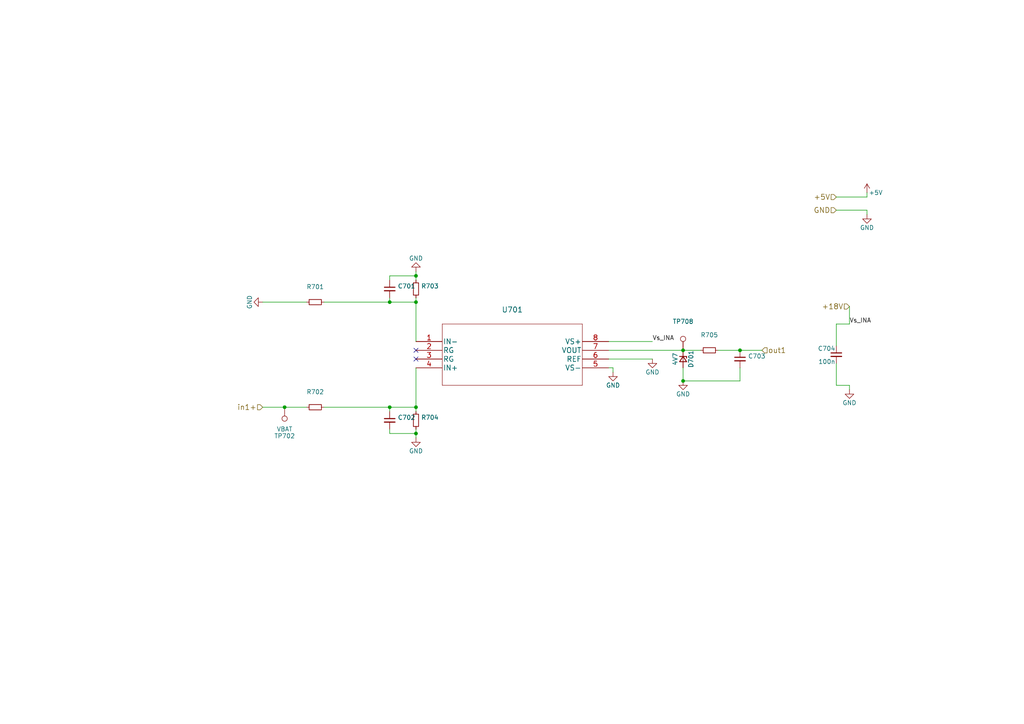
<source format=kicad_sch>
(kicad_sch (version 20211123) (generator eeschema)
  (paper "A4")
  (lib_symbols
    (symbol "Connector:TestPoint" (pin_numbers hide) (pin_names (offset 0.762) hide)
      (property "Reference" "TP" (at 0 6.858 0))
      (property "Value" "TestPoint" (at 0 5.08 0))
      (symbol "TestPoint_0_1"
        (circle (center 0 3.302) (radius 0.762))
      )
      (symbol "TestPoint_1_1"
        (pin passive line (at 0 0 90) (length 2.54) (name "1") (number "1"))
      )
    )
    (symbol "Device:C_Small" (pin_numbers hide) (pin_names (offset 0.254) hide)
      (property "Reference" "C" (at 0.254 1.778 0))
      (property "Value" "C_Small" (at 0.254 -2.032 0))
      (symbol "C_Small_0_1"
        (polyline (pts (xy -1.524 -0.508) (xy 1.524 -0.508)) (stroke (width 0.3302)))
        (polyline (pts (xy -1.524 0.508) (xy 1.524 0.508)) (stroke (width 0.3048)))
      )
      (symbol "C_Small_1_1"
        (pin passive line (at 0 2.54 270) (length 2.032) (name "~") (number "1"))
        (pin passive line (at 0 -2.54 90) (length 2.032) (name "~") (number "2"))
      )
    )
    (symbol "Device:D_Zener_Small" (pin_numbers hide) (pin_names (offset 0.254) hide)
      (property "Reference" "D" (at 0 2.286 0))
      (property "Value" "D_Zener_Small" (at 0 -2.286 0))
      (symbol "D_Zener_Small_0_1"
        (polyline (pts (xy 0.762 0) (xy -0.762 0)))
        (polyline (pts (xy -0.254 1.016) (xy -0.762 1.016) (xy -0.762 -1.016)) (stroke (width 0.254)))
        (polyline (pts (xy 0.762 1.016) (xy -0.762 0) (xy 0.762 -1.016) (xy 0.762 1.016)) (stroke (width 0.254)))
      )
      (symbol "D_Zener_Small_1_1"
        (pin passive line (at -2.54 0 0) (length 1.778) (name "K") (number "1"))
        (pin passive line (at 2.54 0 180) (length 1.778) (name "A") (number "2"))
      )
    )
    (symbol "Device:R_Small" (pin_numbers hide) (pin_names (offset 0.254) hide)
      (property "Reference" "R" (at 0.762 0.508 0))
      (property "Value" "R_Small" (at 0.762 -1.016 0))
      (symbol "R_Small_0_1"
        (rectangle (start -0.762 1.778) (end 0.762 -1.778) (stroke (width 0.2032)))
      )
      (symbol "R_Small_1_1"
        (pin passive line (at 0 2.54 270) (length 0.762) (name "~") (number "1"))
        (pin passive line (at 0 -2.54 90) (length 0.762) (name "~") (number "2"))
      )
    )
    (symbol "INA826AIDR:INA826_D_8" (pin_names (offset 0.254))
      (property "Reference" "U" (at 27.94 10.16 0))
      (property "Value" "INA826_D_8" (at 27.94 7.62 0))
      (symbol "INA826_D_8_1_0"
        (polyline (pts (xy 7.62 -12.7) (xy 48.26 -12.7)) (stroke (width 0.127)))
        (polyline (pts (xy 7.62 5.08) (xy 7.62 -12.7)) (stroke (width 0.127)))
        (polyline (pts (xy 48.26 -12.7) (xy 48.26 5.08)) (stroke (width 0.127)))
        (polyline (pts (xy 48.26 5.08) (xy 7.62 5.08)) (stroke (width 0.127)))
        (pin input line (at 0 0 0) (length 7.62) (name "IN-") (number "1"))
        (pin unspecified line (at 0 -2.54 0) (length 7.62) (name "RG") (number "2"))
        (pin unspecified line (at 0 -5.08 0) (length 7.62) (name "RG") (number "3"))
        (pin input line (at 0 -7.62 0) (length 7.62) (name "IN+") (number "4"))
        (pin power_in line (at 55.88 -7.62 180) (length 7.62) (name "VS-") (number "5"))
        (pin unspecified line (at 55.88 -5.08 180) (length 7.62) (name "REF") (number "6"))
        (pin output line (at 55.88 -2.54 180) (length 7.62) (name "VOUT") (number "7"))
        (pin power_in line (at 55.88 0 180) (length 7.62) (name "VS+") (number "8"))
      )
    )
    (symbol "power:+5V" (power) (pin_names (offset 0))
      (property "Value" "+5V" (at 0 3.556 0))
      (symbol "+5V_0_1"
        (polyline (pts (xy -0.762 1.27) (xy 0 2.54)))
        (polyline (pts (xy 0 0) (xy 0 2.54)))
        (polyline (pts (xy 0 2.54) (xy 0.762 1.27)))
      )
      (symbol "+5V_1_1"
        (pin power_in line (at 0 0 90) (length 0) hide (name "+5V") (number "1"))
      )
    )
    (symbol "power:GND" (power) (pin_names (offset 0))
      (property "Value" "GND" (at 0 -3.81 0))
      (symbol "GND_0_1"
        (polyline (pts (xy 0 0) (xy 0 -1.27) (xy 1.27 -1.27) (xy 0 -2.54) (xy -1.27 -1.27) (xy 0 -1.27)))
      )
      (symbol "GND_1_1"
        (pin power_in line (at 0 0 270) (length 0) hide (name "GND") (number "1"))
      )
    )
  )
  (junction (at 120.65 125.73))
  (junction (at 214.63 101.6))
  (junction (at 120.65 118.11))
  (junction (at 198.12 101.6))
  (junction (at 113.03 118.11))
  (junction (at 120.65 87.63))
  (junction (at 82.55 118.11))
  (junction (at 198.12 110.49))
  (junction (at 120.65 80.01))
  (junction (at 113.03 87.63))
  (no_connect (at 120.65 104.14))
  (no_connect (at 120.65 101.6))
  (wire (pts (xy 198.12 101.6) (xy 176.53 101.6)))
  (wire (pts (xy 120.65 87.63) (xy 120.65 99.06)))
  (wire (pts (xy 246.38 93.98) (xy 242.57 93.98)))
  (wire (pts (xy 93.98 118.11) (xy 113.03 118.11)))
  (wire (pts (xy 189.23 99.06) (xy 176.53 99.06)))
  (wire (pts (xy 120.65 86.36) (xy 120.65 87.63)))
  (wire (pts (xy 246.38 111.76) (xy 246.38 113.03)))
  (wire (pts (xy 203.2 101.6) (xy 198.12 101.6)))
  (wire (pts (xy 251.46 57.15) (xy 242.57 57.15)))
  (wire (pts (xy 76.2 118.11) (xy 82.55 118.11)))
  (wire (pts (xy 120.65 118.11) (xy 120.65 106.68)))
  (wire (pts (xy 120.65 81.28) (xy 120.65 80.01)))
  (wire (pts (xy 214.63 110.49) (xy 198.12 110.49)))
  (wire (pts (xy 113.03 119.38) (xy 113.03 118.11)))
  (wire (pts (xy 242.57 111.76) (xy 242.57 105.41)))
  (wire (pts (xy 120.65 80.01) (xy 113.03 80.01)))
  (wire (pts (xy 113.03 87.63) (xy 120.65 87.63)))
  (wire (pts (xy 177.8 107.95) (xy 177.8 106.68)))
  (wire (pts (xy 120.65 80.01) (xy 120.65 78.74)))
  (wire (pts (xy 198.12 106.68) (xy 198.12 110.49)))
  (wire (pts (xy 251.46 55.88) (xy 251.46 57.15)))
  (wire (pts (xy 120.65 125.73) (xy 120.65 124.46)))
  (wire (pts (xy 214.63 101.6) (xy 208.28 101.6)))
  (wire (pts (xy 177.8 106.68) (xy 176.53 106.68)))
  (wire (pts (xy 113.03 124.46) (xy 113.03 125.73)))
  (wire (pts (xy 120.65 119.38) (xy 120.65 118.11)))
  (wire (pts (xy 113.03 80.01) (xy 113.03 81.28)))
  (wire (pts (xy 246.38 88.9) (xy 246.38 93.98)))
  (wire (pts (xy 242.57 93.98) (xy 242.57 100.33)))
  (wire (pts (xy 113.03 118.11) (xy 120.65 118.11)))
  (wire (pts (xy 120.65 127) (xy 120.65 125.73)))
  (wire (pts (xy 189.23 104.14) (xy 176.53 104.14)))
  (wire (pts (xy 76.2 87.63) (xy 88.9 87.63)))
  (wire (pts (xy 113.03 86.36) (xy 113.03 87.63)))
  (wire (pts (xy 251.46 60.96) (xy 251.46 62.23)))
  (wire (pts (xy 82.55 118.11) (xy 88.9 118.11)))
  (wire (pts (xy 242.57 60.96) (xy 251.46 60.96)))
  (wire (pts (xy 113.03 125.73) (xy 120.65 125.73)))
  (wire (pts (xy 214.63 106.68) (xy 214.63 110.49)))
  (wire (pts (xy 93.98 87.63) (xy 113.03 87.63)))
  (wire (pts (xy 220.98 101.6) (xy 214.63 101.6)))
  (wire (pts (xy 246.38 111.76) (xy 242.57 111.76)))
  (label "Vs_INA" (at 246.38 93.98 0))
  (label "Vs_INA" (at 189.23 99.06 0))
  (hierarchical_label "in1+" (shape input) (at 76.2 118.11 180) (effects (font (size 1.524 1.524))))
  (hierarchical_label "+5V" (shape input) (at 242.57 57.15 180) (effects (font (size 1.524 1.524))))
  (hierarchical_label "+18V" (shape input) (at 246.38 88.9 180) (effects (font (size 1.524 1.524))))
  (hierarchical_label "GND" (shape input) (at 242.57 60.96 180) (effects (font (size 1.524 1.524))))
  (hierarchical_label "out1" (shape input) (at 220.98 101.6 0) (effects (font (size 1.524 1.524))))
  (symbol (lib_id "Device:R_Small") (at 91.44 118.11 90) (unit 1)
    (property "Reference" "R702" (at 91.44 113.6736 90))
  )
  (symbol (lib_id "Connector:TestPoint") (at 82.55 118.11 180) (unit 1)
    (property "Reference" "TP702" (at 82.55 125.73 0) (effects (justify bottom)))
    (property "Value" "VBAT" (at 82.55 124.46 0))
    (property "Footprint" "TestPoint:TestPoint_Pad_2.0x2.0mm" (effects hide))
  )
  (symbol (lib_id "INA826AIDR:INA826_D_8") (at 120.65 99.06 0) (unit 1)
    (property "Reference" "U701" (at 148.59 89.8324 0) (effects (font (size 1.524 1.524))))
  )
  (symbol (lib_id "power:GND") (at 246.38 113.03 0) (unit 1)
    (property "Reference" "#PWR0706" (effects hide))
    (property "Value" "GND" (at 246.38 116.84 0))
  )
  (symbol (lib_id "Device:C_Small") (at 242.57 102.87 0) (mirror y) (unit 1)
    (property "Reference" "C704" (at 242.316 101.092 0) (effects (justify left)))
    (property "Value" "100n" (at 242.316 104.902 0) (effects (justify left)))
    (property "Footprint" "Capacitor_SMD:C_0805_2012Metric_Pad1.18x1.45mm_HandSolder" (effects hide))
  )
  (symbol (lib_id "Device:C_Small") (at 113.03 121.92 0) (unit 1)
    (property "Reference" "C702" (at 115.3541 121.0916 0) (effects (justify left)))
  )
  (symbol (lib_id "Device:C_Small") (at 113.03 83.82 0) (unit 1)
    (property "Reference" "C701" (at 115.3541 82.9916 0) (effects (justify left)))
  )
  (symbol (lib_id "power:GND") (at 120.65 78.74 180) (unit 1)
    (property "Reference" "#PWR0702" (effects hide))
    (property "Value" "GND" (at 120.65 74.93 0))
  )
  (symbol (lib_id "power:GND") (at 177.8 107.95 0) (unit 1)
    (property "Reference" "#PWR0704" (effects hide))
    (property "Value" "GND" (at 177.8 111.76 0))
  )
  (symbol (lib_id "power:GND") (at 120.65 127 0) (unit 1)
    (property "Reference" "#PWR0703" (effects hide))
    (property "Value" "GND" (at 120.65 130.81 0))
  )
  (symbol (lib_id "power:GND") (at 76.2 87.63 270) (unit 1)
    (property "Reference" "#PWR0701" (effects hide))
    (property "Value" "GND" (at 72.39 87.63 0))
  )
  (symbol (lib_id "Connector:TestPoint") (at 198.12 101.6 0) (unit 1)
    (property "Reference" "TP708" (at 198.12 93.98 0) (effects (justify bottom)))
  )
  (symbol (lib_id "power:GND") (at 198.12 110.49 0) (unit 1)
    (property "Reference" "#PWR0705" (effects hide))
    (property "Value" "GND" (at 198.12 114.3 0))
  )
  (symbol (lib_id "Device:D_Zener_Small") (at 198.12 104.14 270) (unit 1)
    (property "Reference" "D701" (at 200.406 104.14 0))
    (property "Value" "4V7" (at 195.834 104.14 0))
    (property "Footprint" "Diode_SMD:D_MiniMELF_Handsoldering" (effects hide))
  )
  (symbol (lib_id "power:GND") (at 189.23 104.14 0) (unit 1)
    (property "Reference" "#PWR0709" (effects hide))
    (property "Value" "GND" (at 189.23 107.95 0))
  )
  (symbol (lib_id "Device:R_Small") (at 91.44 87.63 90) (unit 1)
    (property "Reference" "R701" (at 91.44 83.1936 90))
  )
  (symbol (lib_id "Device:R_Small") (at 205.74 101.6 90) (unit 1)
    (property "Reference" "R705" (at 205.74 97.1636 90))
  )
  (symbol (lib_id "Device:C_Small") (at 214.63 104.14 0) (unit 1)
    (property "Reference" "C703" (at 216.9541 103.3116 0) (effects (justify left)))
  )
  (symbol (lib_id "Device:R_Small") (at 120.65 121.92 0) (unit 1)
    (property "Reference" "R704" (at 122.1486 121.0853 0) (effects (justify left)))
  )
  (symbol (lib_id "Device:R_Small") (at 120.65 83.82 0) (unit 1)
    (property "Reference" "R703" (at 122.1486 82.9853 0) (effects (justify left)))
  )
  (symbol (lib_id "power:+5V") (at 251.46 55.88 0) (unit 1)
    (property "Reference" "#PWR0707" (effects hide))
    (property "Value" "+5V" (at 254 55.88 0))
  )
  (symbol (lib_id "power:GND") (at 251.46 62.23 0) (unit 1)
    (property "Reference" "#PWR0708" (effects hide))
    (property "Value" "GND" (at 251.46 66.04 0))
  )
)
</source>
